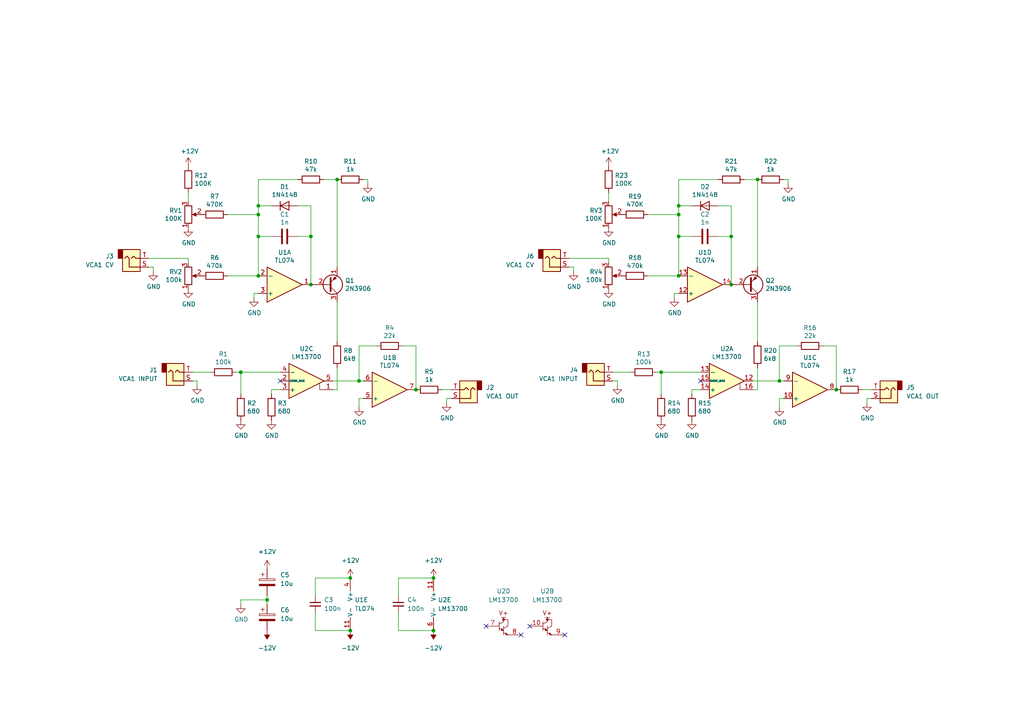
<source format=kicad_sch>
(kicad_sch (version 20230121) (generator eeschema)
  (paper "A4")
  (title_block (title "LM13700 dual VCA") (company "Sandelinos") (comment 1 "https://electricdruid.net/design-a-eurorack-vintage-vca-with-the-lm13700/") (comment 2 "Based on a circuit by Electric Druid:") (comment 4 "https://sandelinos.me/diy/LM13700-dual-VCA"))
  (lib_symbols
    (symbol "Amplifier_Operational:LM13700" (pin_names (offset 0.127))
      (property "Reference" "U" (at 3.81 5.08 0))
      (property "Value" "LM13700" (at 5.08 -5.08 0))
      (symbol "LM13700_1_1"
        (polyline (pts (xy 3.81 -0.635) (xy 3.81 -2.54) (xy 5.08 -2.54)))
        (polyline (pts (xy 5.08 0) (xy -5.08 -5.08) (xy -5.08 5.08) (xy 5.08 0)) (stroke (width 0.254)) (fill (type background)))
        (pin output line (at 7.62 0 180) (length 2.54) (name "~") (number "12"))
        (pin input line (at -7.62 2.54 0) (length 2.54) (name "-") (number "13"))
        (pin input line (at -7.62 -2.54 0) (length 2.54) (name "+") (number "14"))
        (pin input line (at -7.62 0 0) (length 2.54) (name "DIODE_BIAS") (number "15"))
        (pin input line (at 7.62 -2.54 180) (length 2.54) (name "~") (number "16"))
      )
      (symbol "LM13700_2_0"
        (polyline (pts (xy -1.905 2.54) (xy -3.175 2.54)))
      )
      (symbol "LM13700_2_1"
        (circle (center -2.54 1.905) (radius 0.254) (stroke (width 0.254)) (fill (type outline)))
        (polyline (pts (xy -3.81 -0.635) (xy -2.54 -1.27)))
        (polyline (pts (xy -3.81 1.27) (xy -3.81 -1.27)))
        (polyline (pts (xy -2.54 -1.905) (xy -1.27 -2.54)))
        (polyline (pts (xy -2.54 0) (xy -2.54 -2.54)))
        (polyline (pts (xy -3.81 0.635) (xy -2.54 1.27) (xy -2.54 1.905) (xy -2.54 2.54)))
        (polyline (pts (xy -2.54 -1.27) (xy -3.175 -0.635) (xy -3.175 -1.27) (xy -2.54 -1.27)) (fill (type outline)))
        (polyline (pts (xy -2.54 -0.635) (xy -1.27 0) (xy -1.27 1.905) (xy -2.54 1.905)))
        (polyline (pts (xy -1.27 -2.54) (xy -1.905 -1.905) (xy -1.905 -2.54) (xy -1.27 -2.54)) (fill (type outline)))
        (text "V+" (at -2.54 3.81 0) (effects (font (size 1.27 1.27))))
        (pin input line (at -7.62 0 0) (length 3.81) (name "~") (number "10"))
        (pin output line (at 2.54 -2.54 180) (length 3.81) (name "~") (number "9"))
      )
      (symbol "LM13700_3_1"
        (polyline (pts (xy 3.81 -0.635) (xy 3.81 -2.54) (xy 5.08 -2.54)))
        (polyline (pts (xy 5.08 0) (xy -5.08 -5.08) (xy -5.08 5.08) (xy 5.08 0)) (stroke (width 0.254)) (fill (type background)))
        (pin input line (at 7.62 -2.54 180) (length 2.54) (name "~") (number "1"))
        (pin input line (at -7.62 0 0) (length 2.54) (name "DIODE_BIAS") (number "2"))
        (pin input line (at -7.62 -2.54 0) (length 2.54) (name "+") (number "3"))
        (pin input line (at -7.62 2.54 0) (length 2.54) (name "-") (number "4"))
        (pin output line (at 7.62 0 180) (length 2.54) (name "~") (number "5"))
      )
      (symbol "LM13700_4_0"
        (polyline (pts (xy -3.175 2.54) (xy -1.905 2.54)))
        (text "V+" (at -2.54 3.81 0) (effects (font (size 1.27 1.27))))
      )
      (symbol "LM13700_4_1"
        (circle (center -2.54 1.905) (radius 0.254) (stroke (width 0.254)) (fill (type outline)))
        (polyline (pts (xy -3.81 -0.635) (xy -2.54 -1.27)))
        (polyline (pts (xy -3.81 1.27) (xy -3.81 -1.27)))
        (polyline (pts (xy -2.54 -1.905) (xy -1.27 -2.54)))
        (polyline (pts (xy -2.54 0) (xy -2.54 -2.54)))
        (polyline (pts (xy -3.81 0.635) (xy -2.54 1.27) (xy -2.54 2.54)))
        (polyline (pts (xy -2.54 -1.27) (xy -3.175 -0.635) (xy -3.175 -1.27) (xy -2.54 -1.27)) (fill (type outline)))
        (polyline (pts (xy -2.54 -0.635) (xy -1.27 0) (xy -1.27 1.905) (xy -2.54 1.905)))
        (polyline (pts (xy -1.27 -2.54) (xy -1.905 -1.905) (xy -1.905 -2.54) (xy -1.27 -2.54)) (fill (type outline)))
        (pin input line (at -7.62 0 0) (length 3.81) (name "~") (number "7"))
        (pin output line (at 2.54 -2.54 180) (length 3.81) (name "~") (number "8"))
      )
      (symbol "LM13700_5_1"
        (pin power_in line (at -2.54 7.62 270) (length 3.81) (name "V+") (number "11"))
        (pin power_in line (at -2.54 -7.62 90) (length 3.81) (name "V-") (number "6"))
      )
    )
    (symbol "Amplifier_Operational:TL074" (pin_names (offset 0.127))
      (property "Reference" "U" (at 0 5.08 0))
      (property "Value" "TL074" (at 0 -5.08 0))
      (symbol "TL074_1_1"
        (polyline (pts (xy -5.08 5.08) (xy 5.08 0) (xy -5.08 -5.08) (xy -5.08 5.08)) (stroke (width 0.254)) (fill (type background)))
        (pin output line (at 7.62 0 180) (length 2.54) (name "~") (number "1"))
        (pin input line (at -7.62 -2.54 0) (length 2.54) (name "-") (number "2"))
        (pin input line (at -7.62 2.54 0) (length 2.54) (name "+") (number "3"))
      )
      (symbol "TL074_2_1"
        (polyline (pts (xy -5.08 5.08) (xy 5.08 0) (xy -5.08 -5.08) (xy -5.08 5.08)) (stroke (width 0.254)) (fill (type background)))
        (pin input line (at -7.62 2.54 0) (length 2.54) (name "+") (number "5"))
        (pin input line (at -7.62 -2.54 0) (length 2.54) (name "-") (number "6"))
        (pin output line (at 7.62 0 180) (length 2.54) (name "~") (number "7"))
      )
      (symbol "TL074_3_1"
        (polyline (pts (xy -5.08 5.08) (xy 5.08 0) (xy -5.08 -5.08) (xy -5.08 5.08)) (stroke (width 0.254)) (fill (type background)))
        (pin input line (at -7.62 2.54 0) (length 2.54) (name "+") (number "10"))
        (pin output line (at 7.62 0 180) (length 2.54) (name "~") (number "8"))
        (pin input line (at -7.62 -2.54 0) (length 2.54) (name "-") (number "9"))
      )
      (symbol "TL074_4_1"
        (polyline (pts (xy -5.08 5.08) (xy 5.08 0) (xy -5.08 -5.08) (xy -5.08 5.08)) (stroke (width 0.254)) (fill (type background)))
        (pin input line (at -7.62 2.54 0) (length 2.54) (name "+") (number "12"))
        (pin input line (at -7.62 -2.54 0) (length 2.54) (name "-") (number "13"))
        (pin output line (at 7.62 0 180) (length 2.54) (name "~") (number "14"))
      )
      (symbol "TL074_5_1"
        (pin power_in line (at -2.54 -7.62 90) (length 3.81) (name "V-") (number "11"))
        (pin power_in line (at -2.54 7.62 270) (length 3.81) (name "V+") (number "4"))
      )
    )
    (symbol "Connector_Audio:AudioJack2"
      (property "Reference" "J" (at 0 8.89 0))
      (property "Value" "AudioJack2" (at 0 6.35 0))
      (symbol "AudioJack2_0_1"
        (rectangle (start -3.81 0) (end -2.54 -2.54) (stroke (width 0.254)) (fill (type outline)))
        (rectangle (start -2.54 3.81) (end 2.54 -2.54) (stroke (width 0.254)) (fill (type background)))
        (polyline (pts (xy 0 0) (xy 0.635 -0.635) (xy 1.27 0) (xy 2.54 0)) (stroke (width 0.254)))
        (polyline (pts (xy 2.54 2.54) (xy -0.635 2.54) (xy -0.635 0) (xy -1.27 -0.635) (xy -1.905 0)) (stroke (width 0.254)))
      )
      (symbol "AudioJack2_1_1"
        (pin passive line (at 5.08 2.54 180) (length 2.54) (name "~") (number "S"))
        (pin passive line (at 5.08 0 180) (length 2.54) (name "~") (number "T"))
      )
    )
    (symbol "Device:C" (pin_numbers hide) (pin_names (offset 0.254))
      (property "Reference" "C" (at 0.635 2.54 0))
      (property "Value" "C" (at 0.635 -2.54 0))
      (symbol "C_0_1"
        (polyline (pts (xy -2.032 -0.762) (xy 2.032 -0.762)) (stroke (width 0.508)))
        (polyline (pts (xy -2.032 0.762) (xy 2.032 0.762)) (stroke (width 0.508)))
      )
      (symbol "C_1_1"
        (pin passive line (at 0 3.81 270) (length 2.794) (name "~") (number "1"))
        (pin passive line (at 0 -3.81 90) (length 2.794) (name "~") (number "2"))
      )
    )
    (symbol "Device:C_Polarized" (pin_numbers hide) (pin_names (offset 0.254))
      (property "Reference" "C" (at 0.635 2.54 0))
      (property "Value" "C_Polarized" (at 0.635 -2.54 0))
      (symbol "C_Polarized_0_1"
        (rectangle (start -2.286 0.508) (end 2.286 1.016))
        (polyline (pts (xy -1.778 2.286) (xy -0.762 2.286)))
        (polyline (pts (xy -1.27 2.794) (xy -1.27 1.778)))
        (rectangle (start 2.286 -0.508) (end -2.286 -1.016) (fill (type outline)))
      )
      (symbol "C_Polarized_1_1"
        (pin passive line (at 0 3.81 270) (length 2.794) (name "~") (number "1"))
        (pin passive line (at 0 -3.81 90) (length 2.794) (name "~") (number "2"))
      )
    )
    (symbol "Device:C_Small" (pin_numbers hide) (pin_names (offset 0.254) hide)
      (property "Reference" "C" (at 0.254 1.778 0))
      (property "Value" "C_Small" (at 0.254 -2.032 0))
      (symbol "C_Small_0_1"
        (polyline (pts (xy -1.524 -0.508) (xy 1.524 -0.508)) (stroke (width 0.3302)))
        (polyline (pts (xy -1.524 0.508) (xy 1.524 0.508)) (stroke (width 0.3048)))
      )
      (symbol "C_Small_1_1"
        (pin passive line (at 0 2.54 270) (length 2.032) (name "~") (number "1"))
        (pin passive line (at 0 -2.54 90) (length 2.032) (name "~") (number "2"))
      )
    )
    (symbol "Device:D" (pin_numbers hide) (pin_names (offset 1.016) hide)
      (property "Reference" "D" (at 0 2.54 0))
      (property "Value" "D" (at 0 -2.54 0))
      (symbol "D_0_1"
        (polyline (pts (xy -1.27 1.27) (xy -1.27 -1.27)) (stroke (width 0.254)))
        (polyline (pts (xy 1.27 0) (xy -1.27 0)))
        (polyline (pts (xy 1.27 1.27) (xy 1.27 -1.27) (xy -1.27 0) (xy 1.27 1.27)) (stroke (width 0.254)))
      )
      (symbol "D_1_1"
        (pin passive line (at -3.81 0 0) (length 2.54) (name "K") (number "1"))
        (pin passive line (at 3.81 0 180) (length 2.54) (name "A") (number "2"))
      )
    )
    (symbol "Device:R" (pin_numbers hide) (pin_names (offset 0))
      (property "Reference" "R" (at 2.032 0 90))
      (property "Value" "R" (at 0 0 90))
      (symbol "R_0_1"
        (rectangle (start -1.016 -2.54) (end 1.016 2.54) (stroke (width 0.254)))
      )
      (symbol "R_1_1"
        (pin passive line (at 0 3.81 270) (length 1.27) (name "~") (number "1"))
        (pin passive line (at 0 -3.81 90) (length 1.27) (name "~") (number "2"))
      )
    )
    (symbol "Device:R_POT" (pin_names (offset 1.016) hide)
      (property "Reference" "RV" (at -4.445 0 90))
      (property "Value" "Device_R_POT" (at -2.54 0 90))
      (symbol "R_POT_0_1"
        (polyline (pts (xy 2.54 0) (xy 1.524 0)))
        (polyline (pts (xy 1.143 0) (xy 2.286 0.508) (xy 2.286 -0.508) (xy 1.143 0)) (fill (type outline)))
        (rectangle (start 1.016 2.54) (end -1.016 -2.54) (stroke (width 0.254)))
      )
      (symbol "R_POT_1_1"
        (pin passive line (at 0 3.81 270) (length 1.27) (name "1") (number "1"))
        (pin passive line (at 3.81 0 180) (length 1.27) (name "2") (number "2"))
        (pin passive line (at 0 -3.81 90) (length 1.27) (name "3") (number "3"))
      )
    )
    (symbol "Transistor_BJT:2N3906" (pin_names (offset 0) hide)
      (property "Reference" "Q" (at 5.08 1.905 0))
      (property "Value" "2N3906" (at 5.08 0 0))
      (symbol "2N3906_0_1"
        (polyline (pts (xy 0.635 0.635) (xy 2.54 2.54)))
        (polyline (pts (xy 0.635 -0.635) (xy 2.54 -2.54) (xy 2.54 -2.54)))
        (polyline (pts (xy 0.635 1.905) (xy 0.635 -1.905) (xy 0.635 -1.905)) (stroke (width 0.508)))
        (polyline (pts (xy 2.286 -1.778) (xy 1.778 -2.286) (xy 1.27 -1.27) (xy 2.286 -1.778) (xy 2.286 -1.778)) (fill (type outline)))
        (circle (center 1.27 0) (radius 2.8194) (stroke (width 0.254)))
      )
      (symbol "2N3906_1_1"
        (pin passive line (at 2.54 -5.08 90) (length 2.54) (name "E") (number "1"))
        (pin input line (at -5.08 0 0) (length 5.715) (name "B") (number "2"))
        (pin passive line (at 2.54 5.08 270) (length 2.54) (name "C") (number "3"))
      )
    )
    (symbol "power:+12V" (power) (pin_names (offset 0))
      (property "Value" "+12V" (at 0 3.556 0))
      (symbol "+12V_0_1"
        (polyline (pts (xy -0.762 1.27) (xy 0 2.54)))
        (polyline (pts (xy 0 0) (xy 0 2.54)))
        (polyline (pts (xy 0 2.54) (xy 0.762 1.27)))
      )
      (symbol "+12V_1_1"
        (pin power_in line (at 0 0 90) (length 0) hide (name "+12V") (number "1"))
      )
    )
    (symbol "power:-12V" (power) (pin_names (offset 0))
      (property "Value" "-12V" (at 0 3.81 0))
      (symbol "-12V_0_0"
        (pin power_in line (at 0 0 90) (length 0) hide (name "-12V") (number "1"))
      )
      (symbol "-12V_0_1"
        (polyline (pts (xy 0 0) (xy 0 1.27) (xy 0.762 1.27) (xy 0 2.54) (xy -0.762 1.27) (xy 0 1.27)) (fill (type outline)))
      )
    )
    (symbol "power:GND" (power) (pin_names (offset 0))
      (property "Value" "GND" (at 0 -3.81 0))
      (symbol "GND_0_1"
        (polyline (pts (xy 0 0) (xy 0 -1.27) (xy 1.27 -1.27) (xy 0 -2.54) (xy -1.27 -1.27) (xy 0 -1.27)))
      )
      (symbol "GND_1_1"
        (pin power_in line (at 0 0 270) (length 0) hide (name "GND") (number "1"))
      )
    )
  )
  (junction (at 74.93 59.69))
  (junction (at 74.93 62.23))
  (junction (at 219.71 52.07))
  (junction (at 196.85 80.01))
  (junction (at 77.47 173.99))
  (junction (at 125.73 182.88))
  (junction (at 97.79 52.07))
  (junction (at 69.85 107.95))
  (junction (at 125.73 167.64))
  (junction (at 196.85 59.69))
  (junction (at 242.57 113.03))
  (junction (at 101.6 182.88))
  (junction (at 196.85 68.58))
  (junction (at 90.17 68.58))
  (junction (at 196.85 62.23))
  (junction (at 212.09 82.55))
  (junction (at 104.14 110.49))
  (junction (at 90.17 82.55))
  (junction (at 74.93 80.01))
  (junction (at 191.77 107.95))
  (junction (at 226.06 110.49))
  (junction (at 212.09 68.58))
  (junction (at 120.65 113.03))
  (junction (at 74.93 68.58))
  (junction (at 101.6 167.64))
  (no_connect (at 203.2 110.49))
  (no_connect (at 153.67 181.61))
  (no_connect (at 140.97 181.61))
  (no_connect (at 151.13 184.15))
  (no_connect (at 81.28 110.49))
  (no_connect (at 163.83 184.15))
  (wire (pts (xy 115.57 182.88) (xy 115.57 177.8)))
  (wire (pts (xy 196.85 52.07) (xy 196.85 59.69)))
  (wire (pts (xy 212.09 59.69) (xy 208.28 59.69)))
  (wire (pts (xy 218.44 110.49) (xy 226.06 110.49)))
  (wire (pts (xy 177.8 107.95) (xy 182.88 107.95)))
  (wire (pts (xy 97.79 52.07) (xy 97.79 77.47)))
  (wire (pts (xy 165.1 77.47) (xy 166.37 77.47)))
  (wire (pts (xy 86.36 68.58) (xy 90.17 68.58)))
  (wire (pts (xy 120.65 100.33) (xy 120.65 113.03)))
  (wire (pts (xy 226.06 118.11) (xy 226.06 115.57)))
  (wire (pts (xy 77.47 172.72) (xy 77.47 173.99)))
  (wire (pts (xy 101.6 167.64) (xy 91.44 167.64)))
  (wire (pts (xy 215.9 52.07) (xy 219.71 52.07)))
  (wire (pts (xy 43.18 77.47) (xy 44.45 77.47)))
  (wire (pts (xy 200.66 68.58) (xy 196.85 68.58)))
  (wire (pts (xy 219.71 52.07) (xy 219.71 77.47)))
  (wire (pts (xy 196.85 68.58) (xy 196.85 80.01)))
  (wire (pts (xy 219.71 113.03) (xy 218.44 113.03)))
  (wire (pts (xy 191.77 114.3) (xy 191.77 107.95)))
  (wire (pts (xy 128.27 113.03) (xy 130.81 113.03)))
  (wire (pts (xy 104.14 118.11) (xy 104.14 115.57)))
  (wire (pts (xy 231.14 100.33) (xy 226.06 100.33)))
  (wire (pts (xy 43.18 74.93) (xy 54.61 74.93)))
  (wire (pts (xy 104.14 100.33) (xy 104.14 110.49)))
  (wire (pts (xy 129.54 116.84) (xy 129.54 115.57)))
  (wire (pts (xy 91.44 167.64) (xy 91.44 172.72)))
  (wire (pts (xy 250.19 113.03) (xy 252.73 113.03)))
  (wire (pts (xy 44.45 77.47) (xy 44.45 78.74)))
  (wire (pts (xy 196.85 62.23) (xy 196.85 68.58)))
  (wire (pts (xy 78.74 59.69) (xy 74.93 59.69)))
  (wire (pts (xy 90.17 59.69) (xy 86.36 59.69)))
  (wire (pts (xy 251.46 115.57) (xy 252.73 115.57)))
  (wire (pts (xy 195.58 85.09) (xy 196.85 85.09)))
  (wire (pts (xy 212.09 68.58) (xy 212.09 82.55)))
  (wire (pts (xy 66.04 80.01) (xy 74.93 80.01)))
  (wire (pts (xy 227.33 52.07) (xy 228.6 52.07)))
  (wire (pts (xy 69.85 173.99) (xy 69.85 175.26)))
  (wire (pts (xy 166.37 77.47) (xy 166.37 78.74)))
  (wire (pts (xy 66.04 62.23) (xy 74.93 62.23)))
  (wire (pts (xy 196.85 52.07) (xy 208.28 52.07)))
  (wire (pts (xy 54.61 74.93) (xy 54.61 76.2)))
  (wire (pts (xy 78.74 68.58) (xy 74.93 68.58)))
  (wire (pts (xy 125.73 167.64) (xy 115.57 167.64)))
  (wire (pts (xy 187.96 80.01) (xy 196.85 80.01)))
  (wire (pts (xy 200.66 113.03) (xy 203.2 113.03)))
  (wire (pts (xy 97.79 113.03) (xy 96.52 113.03)))
  (wire (pts (xy 191.77 107.95) (xy 203.2 107.95)))
  (wire (pts (xy 177.8 110.49) (xy 179.07 110.49)))
  (wire (pts (xy 165.1 74.93) (xy 176.53 74.93)))
  (wire (pts (xy 74.93 59.69) (xy 74.93 62.23)))
  (wire (pts (xy 54.61 55.88) (xy 54.61 58.42)))
  (wire (pts (xy 190.5 107.95) (xy 191.77 107.95)))
  (wire (pts (xy 238.76 100.33) (xy 242.57 100.33)))
  (wire (pts (xy 129.54 115.57) (xy 130.81 115.57)))
  (wire (pts (xy 74.93 52.07) (xy 86.36 52.07)))
  (wire (pts (xy 251.46 115.57) (xy 251.46 116.84)))
  (wire (pts (xy 219.71 99.06) (xy 219.71 87.63)))
  (wire (pts (xy 179.07 110.49) (xy 179.07 111.76)))
  (wire (pts (xy 74.93 62.23) (xy 74.93 68.58)))
  (wire (pts (xy 69.85 114.3) (xy 69.85 107.95)))
  (wire (pts (xy 109.22 100.33) (xy 104.14 100.33)))
  (wire (pts (xy 73.66 86.36) (xy 73.66 85.09)))
  (wire (pts (xy 195.58 86.36) (xy 195.58 85.09)))
  (wire (pts (xy 90.17 59.69) (xy 90.17 68.58)))
  (wire (pts (xy 200.66 114.3) (xy 200.66 113.03)))
  (wire (pts (xy 74.93 68.58) (xy 74.93 80.01)))
  (wire (pts (xy 226.06 110.49) (xy 227.33 110.49)))
  (wire (pts (xy 226.06 100.33) (xy 226.06 110.49)))
  (wire (pts (xy 187.96 62.23) (xy 196.85 62.23)))
  (wire (pts (xy 196.85 59.69) (xy 196.85 62.23)))
  (wire (pts (xy 105.41 52.07) (xy 106.68 52.07)))
  (wire (pts (xy 125.73 182.88) (xy 115.57 182.88)))
  (wire (pts (xy 55.88 110.49) (xy 57.15 110.49)))
  (wire (pts (xy 228.6 52.07) (xy 228.6 53.34)))
  (wire (pts (xy 93.98 52.07) (xy 97.79 52.07)))
  (wire (pts (xy 68.58 107.95) (xy 69.85 107.95)))
  (wire (pts (xy 96.52 110.49) (xy 104.14 110.49)))
  (wire (pts (xy 176.53 55.88) (xy 176.53 58.42)))
  (wire (pts (xy 226.06 115.57) (xy 227.33 115.57)))
  (wire (pts (xy 242.57 100.33) (xy 242.57 113.03)))
  (wire (pts (xy 91.44 177.8) (xy 91.44 182.88)))
  (wire (pts (xy 116.84 100.33) (xy 120.65 100.33)))
  (wire (pts (xy 115.57 167.64) (xy 115.57 172.72)))
  (wire (pts (xy 104.14 115.57) (xy 105.41 115.57)))
  (wire (pts (xy 219.71 106.68) (xy 219.71 113.03)))
  (wire (pts (xy 73.66 85.09) (xy 74.93 85.09)))
  (wire (pts (xy 104.14 110.49) (xy 105.41 110.49)))
  (wire (pts (xy 69.85 107.95) (xy 81.28 107.95)))
  (wire (pts (xy 97.79 106.68) (xy 97.79 113.03)))
  (wire (pts (xy 176.53 74.93) (xy 176.53 76.2)))
  (wire (pts (xy 77.47 173.99) (xy 69.85 173.99)))
  (wire (pts (xy 91.44 182.88) (xy 101.6 182.88)))
  (wire (pts (xy 74.93 52.07) (xy 74.93 59.69)))
  (wire (pts (xy 212.09 59.69) (xy 212.09 68.58)))
  (wire (pts (xy 77.47 173.99) (xy 77.47 175.26)))
  (wire (pts (xy 90.17 68.58) (xy 90.17 82.55)))
  (wire (pts (xy 208.28 68.58) (xy 212.09 68.58)))
  (wire (pts (xy 55.88 107.95) (xy 60.96 107.95)))
  (wire (pts (xy 106.68 52.07) (xy 106.68 53.34)))
  (wire (pts (xy 97.79 99.06) (xy 97.79 87.63)))
  (wire (pts (xy 57.15 110.49) (xy 57.15 111.76)))
  (wire (pts (xy 78.74 113.03) (xy 78.74 114.3)))
  (wire (pts (xy 200.66 59.69) (xy 196.85 59.69)))
  (wire (pts (xy 78.74 113.03) (xy 81.28 113.03)))
  (symbol (lib_id "Device:R") (at 78.74 118.11 0) (unit 1)
    (property "Reference" "R3" (at 80.518 116.9416 0) (effects (justify left)))
    (property "Value" "680" (at 80.518 119.253 0) (effects (justify left)))
  )
  (symbol (lib_id "Device:R") (at 69.85 118.11 0) (unit 1)
    (property "Reference" "R2" (at 71.628 116.9416 0) (effects (justify left)))
    (property "Value" "680" (at 71.628 119.253 0) (effects (justify left)))
  )
  (symbol (lib_id "power:GND") (at 69.85 121.92 0) (unit 1)
    (property "Reference" "#PWR?" (effects hide))
    (property "Value" "GND" (at 69.977 126.3142 0))
  )
  (symbol (lib_id "power:GND") (at 78.74 121.92 0) (unit 1)
    (property "Reference" "#PWR?" (effects hide))
    (property "Value" "GND" (at 78.867 126.3142 0))
  )
  (symbol (lib_id "Device:R") (at 64.77 107.95 270) (unit 1)
    (property "Reference" "R1" (at 64.77 102.6922 90))
    (property "Value" "100k" (at 64.77 105.0036 90))
  )
  (symbol (lib_id "power:GND") (at 104.14 118.11 0) (unit 1)
    (property "Reference" "#PWR?" (effects hide))
    (property "Value" "GND" (at 104.267 122.5042 0))
  )
  (symbol (lib_id "Device:R") (at 113.03 100.33 270) (unit 1)
    (property "Reference" "R4" (at 113.03 95.0722 90))
    (property "Value" "22k" (at 113.03 97.3836 90))
  )
  (symbol (lib_id "Device:R") (at 124.46 113.03 270) (unit 1)
    (property "Reference" "R5" (at 124.46 107.7722 90))
    (property "Value" "1k" (at 124.46 110.0836 90))
  )
  (symbol (lib_id "Device:R") (at 97.79 102.87 180) (unit 1)
    (property "Reference" "R8" (at 99.568 101.7016 0) (effects (justify right)))
    (property "Value" "6k8" (at 99.568 104.013 0) (effects (justify right)))
  )
  (symbol (lib_id "Transistor_BJT:2N3906") (at 95.25 82.55 0) (mirror x) (unit 1)
    (property "Reference" "Q1" (at 100.076 81.3816 0) (effects (justify left)))
    (property "Value" "2N3906" (at 100.076 83.693 0) (effects (justify left)))
    (property "Footprint" "Package_TO_SOT_THT:TO-92_Inline" (effects hide))
    (property "Datasheet" "https://www.onsemi.com/pub/Collateral/2N3906-D.PDF" (effects hide))
  )
  (symbol (lib_id "power:GND") (at 73.66 86.36 0) (unit 1)
    (property "Reference" "#PWR?" (effects hide))
    (property "Value" "GND" (at 73.787 90.7542 0))
  )
  (symbol (lib_id "Device:R") (at 90.17 52.07 270) (unit 1)
    (property "Reference" "R10" (at 90.17 46.8122 90))
    (property "Value" "47k" (at 90.17 49.1236 90))
  )
  (symbol (lib_id "Device:D") (at 82.55 59.69 0) (unit 1)
    (property "Reference" "D1" (at 82.55 54.1782 0))
    (property "Value" "1N4148" (at 82.55 56.4896 0))
  )
  (symbol (lib_id "Device:C") (at 82.55 68.58 270) (unit 1)
    (property "Reference" "C1" (at 82.55 62.1792 90))
    (property "Value" "1n" (at 82.55 64.4906 90))
  )
  (symbol (lib_id "Device:R") (at 101.6 52.07 270) (unit 1)
    (property "Reference" "R11" (at 101.6 46.8122 90))
    (property "Value" "1k" (at 101.6 49.1236 90))
  )
  (symbol (lib_id "power:GND") (at 106.68 53.34 0) (unit 1)
    (property "Reference" "#PWR?" (effects hide))
    (property "Value" "GND" (at 106.807 57.7342 0))
  )
  (symbol (lib_id "Device:R") (at 62.23 80.01 270) (unit 1)
    (property "Reference" "R6" (at 62.23 74.7522 90))
    (property "Value" "470k" (at 62.23 77.0636 90))
  )
  (symbol (lib_id "Device:R") (at 62.23 62.23 270) (unit 1)
    (property "Reference" "R7" (at 62.23 56.9722 90))
    (property "Value" "470K" (at 62.23 59.2836 90))
  )
  (symbol (lib_id "Device:R_POT") (at 54.61 62.23 0) (mirror x) (unit 1)
    (property "Reference" "RV1" (at 52.8574 61.0616 0) (effects (justify right)))
    (property "Value" "100K" (at 52.8574 63.373 0) (effects (justify right)))
  )
  (symbol (lib_id "Device:R_POT") (at 54.61 80.01 0) (mirror x) (unit 1)
    (property "Reference" "RV2" (at 52.8574 78.8416 0) (effects (justify right)))
    (property "Value" "100k" (at 52.8574 81.153 0) (effects (justify right)))
  )
  (symbol (lib_id "Amplifier_Operational:TL074") (at 82.55 82.55 0) (mirror x) (unit 1)
    (property "Reference" "U1" (at 82.55 73.2282 0))
    (property "Value" "TL074" (at 82.55 75.5396 0))
    (property "Datasheet" "http://www.ti.com/lit/ds/symlink/tl071.pdf" (effects hide))
  )
  (symbol (lib_id "Amplifier_Operational:TL074") (at 113.03 113.03 0) (mirror x) (unit 2)
    (property "Reference" "U1" (at 113.03 103.7082 0))
    (property "Value" "TL074" (at 113.03 106.0196 0))
    (property "Datasheet" "http://www.ti.com/lit/ds/symlink/tl071.pdf" (effects hide))
  )
  (symbol (lib_id "power:GND") (at 54.61 83.82 0) (unit 1)
    (property "Reference" "#PWR?" (effects hide))
    (property "Value" "GND" (at 54.737 88.2142 0))
  )
  (symbol (lib_id "power:GND") (at 54.61 66.04 0) (unit 1)
    (property "Reference" "#PWR?" (effects hide))
    (property "Value" "GND" (at 54.737 70.4342 0))
  )
  (symbol (lib_id "Device:R") (at 54.61 52.07 180) (unit 1)
    (property "Reference" "R12" (at 56.388 50.9016 0) (effects (justify right)))
    (property "Value" "100K" (at 56.388 53.213 0) (effects (justify right)))
  )
  (symbol (lib_id "power:+12V") (at 54.61 48.26 0) (unit 1)
    (property "Reference" "#PWR?" (effects hide))
    (property "Value" "+12V" (at 54.991 43.8658 0))
  )
  (symbol (lib_id "Amplifier_Operational:LM13700") (at 88.9 110.49 0) (unit 3)
    (property "Reference" "U2" (at 88.9 101.1682 0))
    (property "Value" "LM13700" (at 88.9 103.4796 0))
    (property "Datasheet" "http://www.ti.com/lit/ds/symlink/lm13700.pdf" (effects hide))
  )
  (symbol (lib_id "Device:R") (at 246.38 113.03 270) (unit 1)
    (property "Reference" "R17" (at 246.38 107.7722 90))
    (property "Value" "1k" (at 246.38 110.0836 90))
  )
  (symbol (lib_id "power:-12V") (at 101.6 182.88 180) (unit 1)
    (property "Reference" "#PWR011" (effects hide))
    (property "Value" "-12V" (at 101.6 187.96 0))
  )
  (symbol (lib_id "power:GND") (at 166.37 78.74 0) (unit 1)
    (property "Reference" "#PWR021" (effects hide))
    (property "Value" "GND" (at 166.497 83.1342 0))
  )
  (symbol (lib_id "Device:R_POT") (at 176.53 80.01 0) (mirror x) (unit 1)
    (property "Reference" "RV4" (at 174.7774 78.8416 0) (effects (justify right)))
    (property "Value" "100k" (at 174.7774 81.153 0) (effects (justify right)))
  )
  (symbol (lib_id "Device:R") (at 191.77 118.11 0) (unit 1)
    (property "Reference" "R14" (at 193.548 116.9416 0) (effects (justify left)))
    (property "Value" "680" (at 193.548 119.253 0) (effects (justify left)))
  )
  (symbol (lib_id "Amplifier_Operational:LM13700") (at 161.29 181.61 0) (unit 2)
    (property "Reference" "U2" (at 158.75 171.45 0))
    (property "Value" "LM13700" (at 158.75 173.99 0))
    (property "Datasheet" "http://www.ti.com/lit/ds/symlink/lm13700.pdf" (effects hide))
  )
  (symbol (lib_id "power:+12V") (at 101.6 167.64 0) (unit 1)
    (property "Reference" "#PWR012" (effects hide))
    (property "Value" "+12V" (at 101.6 162.56 0))
  )
  (symbol (lib_id "Device:C_Small") (at 91.44 175.26 0) (unit 1)
    (property "Reference" "C3" (at 93.98 173.9963 0) (effects (justify left)))
    (property "Value" "100n" (at 93.98 176.5363 0) (effects (justify left)))
  )
  (symbol (lib_id "Device:C_Small") (at 115.57 175.26 0) (unit 1)
    (property "Reference" "C4" (at 118.11 173.9963 0) (effects (justify left)))
    (property "Value" "100n" (at 118.11 176.5363 0) (effects (justify left)))
  )
  (symbol (lib_id "power:GND") (at 191.77 121.92 0) (unit 1)
    (property "Reference" "#PWR04" (effects hide))
    (property "Value" "GND" (at 191.897 126.3142 0))
  )
  (symbol (lib_id "Device:R") (at 176.53 52.07 180) (unit 1)
    (property "Reference" "R23" (at 178.308 50.9016 0) (effects (justify right)))
    (property "Value" "100K" (at 178.308 53.213 0) (effects (justify right)))
  )
  (symbol (lib_id "Connector_Audio:AudioJack2") (at 38.1 74.93 0) (mirror x) (unit 1)
    (property "Reference" "J3" (at 33.02 74.295 0) (effects (justify right)))
    (property "Value" "VCA1 CV" (at 33.02 76.835 0) (effects (justify right)))
  )
  (symbol (lib_id "Device:R") (at 219.71 102.87 180) (unit 1)
    (property "Reference" "R20" (at 221.488 101.7016 0) (effects (justify right)))
    (property "Value" "6k8" (at 221.488 104.013 0) (effects (justify right)))
  )
  (symbol (lib_id "power:GND") (at 44.45 78.74 0) (unit 1)
    (property "Reference" "#PWR016" (effects hide))
    (property "Value" "GND" (at 44.577 83.1342 0))
  )
  (symbol (lib_id "Device:C") (at 204.47 68.58 270) (unit 1)
    (property "Reference" "C2" (at 204.47 62.1792 90))
    (property "Value" "1n" (at 204.47 64.4906 90))
  )
  (symbol (lib_id "power:GND") (at 176.53 66.04 0) (unit 1)
    (property "Reference" "#PWR02" (effects hide))
    (property "Value" "GND" (at 176.657 70.4342 0))
  )
  (symbol (lib_id "power:GND") (at 251.46 116.84 0) (unit 1)
    (property "Reference" "#PWR020" (effects hide))
    (property "Value" "GND" (at 251.587 121.2342 0))
  )
  (symbol (lib_id "Device:R") (at 223.52 52.07 270) (unit 1)
    (property "Reference" "R22" (at 223.52 46.8122 90))
    (property "Value" "1k" (at 223.52 49.1236 90))
  )
  (symbol (lib_id "power:GND") (at 228.6 53.34 0) (unit 1)
    (property "Reference" "#PWR08" (effects hide))
    (property "Value" "GND" (at 228.727 57.7342 0))
  )
  (symbol (lib_id "Amplifier_Operational:TL074") (at 204.47 82.55 0) (mirror x) (unit 4)
    (property "Reference" "U1" (at 204.47 73.2282 0))
    (property "Value" "TL074" (at 204.47 75.5396 0))
    (property "Datasheet" "http://www.ti.com/lit/ds/symlink/tl071.pdf" (effects hide))
  )
  (symbol (lib_id "Amplifier_Operational:LM13700") (at 210.82 110.49 0) (unit 1)
    (property "Reference" "U2" (at 210.82 101.1682 0))
    (property "Value" "LM13700" (at 210.82 103.4796 0))
    (property "Datasheet" "http://www.ti.com/lit/ds/symlink/lm13700.pdf" (effects hide))
  )
  (symbol (lib_id "Device:R") (at 234.95 100.33 270) (unit 1)
    (property "Reference" "R16" (at 234.95 95.0722 90))
    (property "Value" "22k" (at 234.95 97.3836 90))
  )
  (symbol (lib_id "power:GND") (at 226.06 118.11 0) (unit 1)
    (property "Reference" "#PWR07" (effects hide))
    (property "Value" "GND" (at 226.187 122.5042 0))
  )
  (symbol (lib_id "power:GND") (at 195.58 86.36 0) (unit 1)
    (property "Reference" "#PWR05" (effects hide))
    (property "Value" "GND" (at 195.707 90.7542 0))
  )
  (symbol (lib_id "power:GND") (at 200.66 121.92 0) (unit 1)
    (property "Reference" "#PWR06" (effects hide))
    (property "Value" "GND" (at 200.787 126.3142 0))
  )
  (symbol (lib_id "Device:R") (at 184.15 80.01 270) (unit 1)
    (property "Reference" "R18" (at 184.15 74.7522 90))
    (property "Value" "470k" (at 184.15 77.0636 90))
  )
  (symbol (lib_id "power:+12V") (at 125.73 167.64 0) (unit 1)
    (property "Reference" "#PWR010" (effects hide))
    (property "Value" "+12V" (at 125.73 162.56 0))
  )
  (symbol (lib_id "power:GND") (at 179.07 111.76 0) (unit 1)
    (property "Reference" "#PWR019" (effects hide))
    (property "Value" "GND" (at 179.197 116.1542 0))
  )
  (symbol (lib_id "Connector_Audio:AudioJack2") (at 50.8 107.95 0) (mirror x) (unit 1)
    (property "Reference" "J1" (at 45.72 107.315 0) (effects (justify right)))
    (property "Value" "VCA1 INPUT" (at 45.72 109.855 0) (effects (justify right)))
  )
  (symbol (lib_id "Device:C_Polarized") (at 77.47 179.07 0) (unit 1)
    (property "Reference" "C6" (at 81.28 176.911 0) (effects (justify left)))
    (property "Value" "10u" (at 81.28 179.451 0) (effects (justify left)))
  )
  (symbol (lib_id "Amplifier_Operational:TL074") (at 104.14 175.26 0) (unit 5)
    (property "Reference" "U1" (at 102.87 173.99 0) (effects (justify left)))
    (property "Value" "TL074" (at 102.87 176.53 0) (effects (justify left)))
    (property "Datasheet" "http://www.ti.com/lit/ds/symlink/tl071.pdf" (effects hide))
  )
  (symbol (lib_id "power:+12V") (at 176.53 48.26 0) (unit 1)
    (property "Reference" "#PWR01" (effects hide))
    (property "Value" "+12V" (at 176.911 43.8658 0))
  )
  (symbol (lib_id "power:GND") (at 176.53 83.82 0) (unit 1)
    (property "Reference" "#PWR03" (effects hide))
    (property "Value" "GND" (at 176.657 88.2142 0))
  )
  (symbol (lib_id "Connector_Audio:AudioJack2") (at 257.81 113.03 180) (unit 1)
    (property "Reference" "J5" (at 262.89 112.395 0) (effects (justify right)))
    (property "Value" "VCA1 OUT" (at 262.89 114.935 0) (effects (justify right)))
  )
  (symbol (lib_id "Device:C_Polarized") (at 77.47 168.91 0) (unit 1)
    (property "Reference" "C5" (at 81.28 166.751 0) (effects (justify left)))
    (property "Value" "10u" (at 81.28 169.291 0) (effects (justify left)))
  )
  (symbol (lib_id "Connector_Audio:AudioJack2") (at 160.02 74.93 0) (mirror x) (unit 1)
    (property "Reference" "J6" (at 154.94 74.295 0) (effects (justify right)))
    (property "Value" "VCA1 CV" (at 154.94 76.835 0) (effects (justify right)))
  )
  (symbol (lib_id "power:-12V") (at 125.73 182.88 180) (unit 1)
    (property "Reference" "#PWR09" (effects hide))
    (property "Value" "-12V" (at 125.73 187.96 0))
  )
  (symbol (lib_id "power:-12V") (at 77.47 182.88 180) (unit 1)
    (property "Reference" "#PWR013" (effects hide))
    (property "Value" "-12V" (at 77.47 187.96 0))
  )
  (symbol (lib_id "Transistor_BJT:2N3906") (at 217.17 82.55 0) (mirror x) (unit 1)
    (property "Reference" "Q2" (at 221.996 81.3816 0) (effects (justify left)))
    (property "Value" "2N3906" (at 221.996 83.693 0) (effects (justify left)))
    (property "Footprint" "Package_TO_SOT_THT:TO-92_Inline" (effects hide))
    (property "Datasheet" "https://www.onsemi.com/pub/Collateral/2N3906-D.PDF" (effects hide))
  )
  (symbol (lib_id "Device:R") (at 212.09 52.07 270) (unit 1)
    (property "Reference" "R21" (at 212.09 46.8122 90))
    (property "Value" "47k" (at 212.09 49.1236 90))
  )
  (symbol (lib_id "Device:R") (at 184.15 62.23 270) (unit 1)
    (property "Reference" "R19" (at 184.15 56.9722 90))
    (property "Value" "470K" (at 184.15 59.2836 90))
  )
  (symbol (lib_id "Device:R") (at 200.66 118.11 0) (unit 1)
    (property "Reference" "R15" (at 202.438 116.9416 0) (effects (justify left)))
    (property "Value" "680" (at 202.438 119.253 0) (effects (justify left)))
  )
  (symbol (lib_id "Device:D") (at 204.47 59.69 0) (unit 1)
    (property "Reference" "D2" (at 204.47 54.1782 0))
    (property "Value" "1N4148" (at 204.47 56.4896 0))
  )
  (symbol (lib_id "power:GND") (at 57.15 111.76 0) (unit 1)
    (property "Reference" "#PWR017" (effects hide))
    (property "Value" "GND" (at 57.277 116.1542 0))
  )
  (symbol (lib_id "Connector_Audio:AudioJack2") (at 135.89 113.03 180) (unit 1)
    (property "Reference" "J2" (at 140.97 112.395 0) (effects (justify right)))
    (property "Value" "VCA1 OUT" (at 140.97 114.935 0) (effects (justify right)))
  )
  (symbol (lib_id "Connector_Audio:AudioJack2") (at 172.72 107.95 0) (mirror x) (unit 1)
    (property "Reference" "J4" (at 167.64 107.315 0) (effects (justify right)))
    (property "Value" "VCA1 INPUT" (at 167.64 109.855 0) (effects (justify right)))
  )
  (symbol (lib_id "Device:R_POT") (at 176.53 62.23 0) (mirror x) (unit 1)
    (property "Reference" "RV3" (at 174.7774 61.0616 0) (effects (justify right)))
    (property "Value" "100K" (at 174.7774 63.373 0) (effects (justify right)))
  )
  (symbol (lib_id "Amplifier_Operational:LM13700") (at 148.59 181.61 0) (unit 4)
    (property "Reference" "U2" (at 146.05 171.45 0))
    (property "Value" "LM13700" (at 146.05 173.99 0))
    (property "Datasheet" "http://www.ti.com/lit/ds/symlink/lm13700.pdf" (effects hide))
  )
  (symbol (lib_id "power:GND") (at 69.85 175.26 0) (unit 1)
    (property "Reference" "#PWR015" (effects hide))
    (property "Value" "GND" (at 69.977 179.6542 0))
  )
  (symbol (lib_id "power:GND") (at 129.54 116.84 0) (unit 1)
    (property "Reference" "#PWR018" (effects hide))
    (property "Value" "GND" (at 129.667 121.2342 0))
  )
  (symbol (lib_id "Amplifier_Operational:TL074") (at 234.95 113.03 0) (mirror x) (unit 3)
    (property "Reference" "U1" (at 234.95 103.7082 0))
    (property "Value" "TL074" (at 234.95 106.0196 0))
    (property "Datasheet" "http://www.ti.com/lit/ds/symlink/tl071.pdf" (effects hide))
  )
  (symbol (lib_id "Amplifier_Operational:LM13700") (at 128.27 175.26 0) (unit 5)
    (property "Reference" "U2" (at 127 173.99 0) (effects (justify left)))
    (property "Value" "LM13700" (at 127 176.53 0) (effects (justify left)))
    (property "Datasheet" "http://www.ti.com/lit/ds/symlink/lm13700.pdf" (effects hide))
  )
  (symbol (lib_id "power:+12V") (at 77.47 165.1 0) (unit 1)
    (property "Reference" "#PWR014" (effects hide))
    (property "Value" "+12V" (at 77.47 160.02 0))
  )
  (symbol (lib_id "Device:R") (at 186.69 107.95 270) (unit 1)
    (property "Reference" "R13" (at 186.69 102.6922 90))
    (property "Value" "100k" (at 186.69 105.0036 90))
  )
)
</source>
